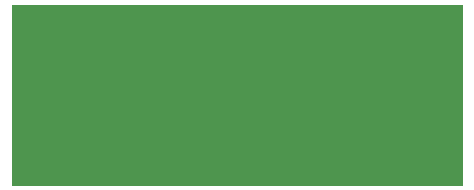
<source format=gbr>
%TF.GenerationSoftware,KiCad,Pcbnew,8.0.3*%
%TF.CreationDate,2024-07-05T10:32:19-05:00*%
%TF.ProjectId,Bald Probe Test Fixture rev1,42616c64-2050-4726-9f62-652054657374,rev?*%
%TF.SameCoordinates,Original*%
%TF.FileFunction,Soldermask,Top*%
%TF.FilePolarity,Negative*%
%FSLAX46Y46*%
G04 Gerber Fmt 4.6, Leading zero omitted, Abs format (unit mm)*
G04 Created by KiCad (PCBNEW 8.0.3) date 2024-07-05 10:32:19*
%MOMM*%
%LPD*%
G01*
G04 APERTURE LIST*
G04 Aperture macros list*
%AMRoundRect*
0 Rectangle with rounded corners*
0 $1 Rounding radius*
0 $2 $3 $4 $5 $6 $7 $8 $9 X,Y pos of 4 corners*
0 Add a 4 corners polygon primitive as box body*
4,1,4,$2,$3,$4,$5,$6,$7,$8,$9,$2,$3,0*
0 Add four circle primitives for the rounded corners*
1,1,$1+$1,$2,$3*
1,1,$1+$1,$4,$5*
1,1,$1+$1,$6,$7*
1,1,$1+$1,$8,$9*
0 Add four rect primitives between the rounded corners*
20,1,$1+$1,$2,$3,$4,$5,0*
20,1,$1+$1,$4,$5,$6,$7,0*
20,1,$1+$1,$6,$7,$8,$9,0*
20,1,$1+$1,$8,$9,$2,$3,0*%
G04 Aperture macros list end*
%ADD10C,0.100000*%
%ADD11RoundRect,0.050800X2.540000X1.145000X-2.540000X1.145000X-2.540000X-1.145000X2.540000X-1.145000X0*%
%ADD12RoundRect,0.050800X2.540000X1.210000X-2.540000X1.210000X-2.540000X-1.210000X2.540000X-1.210000X0*%
%ADD13RoundRect,0.050800X-2.540000X-1.145000X2.540000X-1.145000X2.540000X1.145000X-2.540000X1.145000X0*%
%ADD14RoundRect,0.050800X-2.540000X-1.210000X2.540000X-1.210000X2.540000X1.210000X-2.540000X1.210000X0*%
G04 APERTURE END LIST*
D10*
X109220000Y-86360000D02*
X147320000Y-86360000D01*
X147320000Y-101600000D01*
X109220000Y-101600000D01*
X109220000Y-86360000D01*
G36*
X109220000Y-86360000D02*
G01*
X147320000Y-86360000D01*
X147320000Y-101600000D01*
X109220000Y-101600000D01*
X109220000Y-86360000D01*
G37*
D11*
%TO.C,J2*%
X143250000Y-93980000D03*
D12*
X143250000Y-98360000D03*
X143250000Y-89600000D03*
%TD*%
D13*
%TO.C,J1*%
X113290000Y-93980000D03*
D14*
X113290000Y-89600000D03*
X113290000Y-98360000D03*
%TD*%
M02*

</source>
